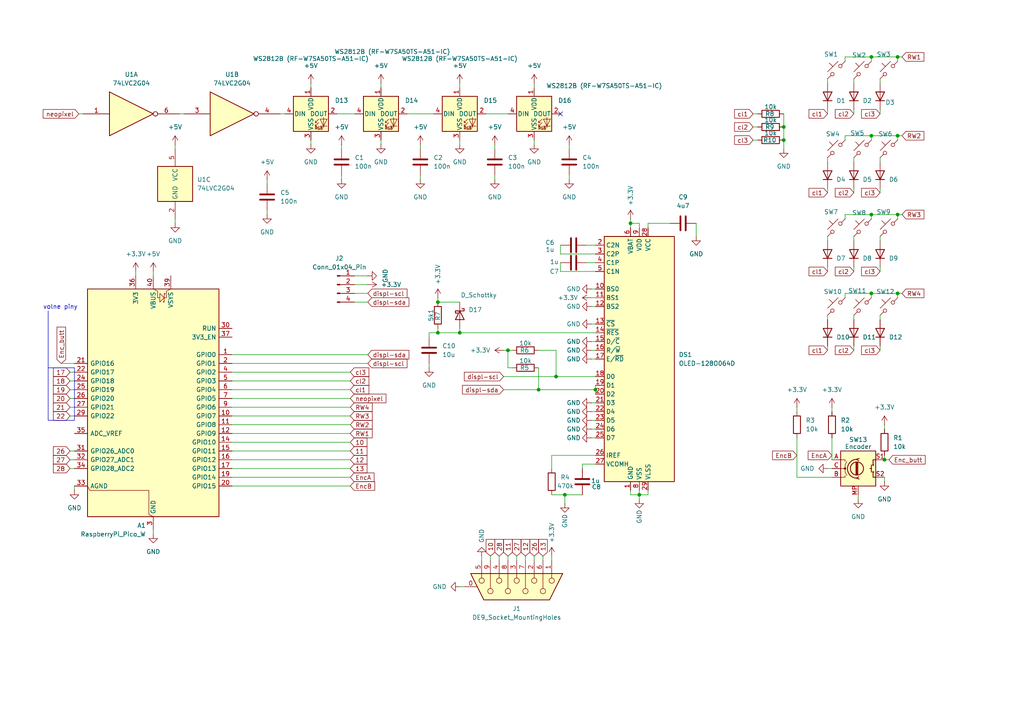
<source format=kicad_sch>
(kicad_sch (version 20250114) (generator "eeschema") (generator_version "9.0")
  (paper "A4")
  (rectangle (start 13.97 106.68) (end 21.59 121.92))
  (text "volne piny" (at 17.526 89.154 0) (effects (font (size 1.27 1.27))))
  (junction (at 156.21 113.03))
  (junction (at 163.83 143.51))
  (junction (at 227.33 36.83))
  (junction (at 172.72 113.03))
  (junction (at 127 96.52))
  (junction (at 182.88 64.77))
  (junction (at 260.35 62.23))
  (junction (at 260.35 39.37))
  (junction (at 252.73 62.23))
  (junction (at 256.54 133.35))
  (junction (at 252.73 39.37))
  (junction (at 127 87.63))
  (junction (at 133.35 96.52))
  (junction (at 252.73 16.51))
  (junction (at 260.35 85.09))
  (junction (at 161.29 109.22))
  (junction (at 185.42 143.51))
  (junction (at 147.32 101.6))
  (junction (at 227.33 40.64))
  (junction (at 252.73 85.09))
  (junction (at 260.35 16.51))
  (no_connect (at 162.56 33.02))
  (wire (pts (xy 255.27 46.99) (xy 255.27 45.72)))
  (wire (pts (xy 144.78 161.29) (xy 144.78 162.56)))
  (wire (pts (xy 163.83 143.51) (xy 168.91 143.51)))
  (wire (pts (xy 171.45 121.92) (xy 172.72 121.92)))
  (wire (pts (xy 90.17 24.13) (xy 90.17 25.4)))
  (wire (pts (xy 247.65 92.71) (xy 247.65 91.44)))
  (wire (pts (xy 147.32 161.29) (xy 147.32 162.56)))
  (wire (pts (xy 124.46 96.52) (xy 127 96.52)))
  (wire (pts (xy 185.42 142.24) (xy 185.42 143.51)))
  (wire (pts (xy 241.3 138.43) (xy 231.14 138.43)))
  (wire (pts (xy 182.88 64.77) (xy 182.88 66.04)))
  (wire (pts (xy 67.31 110.49) (xy 101.6 110.49)))
  (wire (pts (xy 245.11 63.5) (xy 245.11 62.23)))
  (wire (pts (xy 171.45 86.36) (xy 172.72 86.36)))
  (wire (pts (xy 163.83 143.51) (xy 160.02 143.51)))
  (wire (pts (xy 172.72 73.66) (xy 162.56 73.66)))
  (wire (pts (xy 255.27 33.02) (xy 255.27 31.75)))
  (wire (pts (xy 142.24 161.29) (xy 142.24 162.56)))
  (wire (pts (xy 67.31 113.03) (xy 101.6 113.03)))
  (wire (pts (xy 152.4 161.29) (xy 152.4 162.56)))
  (wire (pts (xy 133.35 170.18) (xy 134.62 170.18)))
  (wire (pts (xy 154.94 41.91) (xy 154.94 40.64)))
  (wire (pts (xy 110.49 24.13) (xy 110.49 25.4)))
  (wire (pts (xy 247.65 69.85) (xy 247.65 68.58)))
  (wire (pts (xy 121.92 50.8) (xy 121.92 52.07)))
  (wire (pts (xy 143.51 41.91) (xy 143.51 43.18)))
  (wire (pts (xy 240.03 78.74) (xy 240.03 77.47)))
  (wire (pts (xy 255.27 92.71) (xy 255.27 91.44)))
  (wire (pts (xy 154.94 24.13) (xy 154.94 25.4)))
  (wire (pts (xy 124.46 97.79) (xy 124.46 96.52)))
  (wire (pts (xy 133.35 24.13) (xy 133.35 25.4)))
  (wire (pts (xy 20.32 133.35) (xy 21.59 133.35)))
  (wire (pts (xy 171.45 104.14) (xy 172.72 104.14)))
  (wire (pts (xy 160.02 135.89) (xy 160.02 132.08)))
  (wire (pts (xy 245.11 40.64) (xy 245.11 39.37)))
  (wire (pts (xy 161.29 109.22) (xy 161.29 101.6)))
  (wire (pts (xy 162.56 73.66) (xy 162.56 71.12)))
  (wire (pts (xy 256.54 132.08) (xy 256.54 133.35)))
  (wire (pts (xy 21.59 140.97) (xy 21.59 142.24)))
  (wire (pts (xy 146.05 109.22) (xy 161.29 109.22)))
  (wire (pts (xy 240.03 46.99) (xy 240.03 45.72)))
  (wire (pts (xy 20.32 110.49) (xy 21.59 110.49)))
  (wire (pts (xy 260.35 39.37) (xy 261.62 39.37)))
  (wire (pts (xy 182.88 63.5) (xy 182.88 64.77)))
  (wire (pts (xy 247.65 78.74) (xy 247.65 77.47)))
  (wire (pts (xy 227.33 40.64) (xy 227.33 43.18)))
  (wire (pts (xy 50.8 63.5) (xy 50.8 64.77)))
  (wire (pts (xy 240.03 92.71) (xy 240.03 91.44)))
  (wire (pts (xy 255.27 24.13) (xy 255.27 22.86)))
  (wire (pts (xy 39.37 78.74) (xy 39.37 80.01)))
  (wire (pts (xy 240.03 33.02) (xy 240.03 31.75)))
  (wire (pts (xy 127 96.52) (xy 133.35 96.52)))
  (wire (pts (xy 255.27 101.6) (xy 255.27 100.33)))
  (wire (pts (xy 187.96 64.77) (xy 194.31 64.77)))
  (wire (pts (xy 67.31 128.27) (xy 101.6 128.27)))
  (wire (pts (xy 171.45 88.9) (xy 172.72 88.9)))
  (wire (pts (xy 146.05 113.03) (xy 156.21 113.03)))
  (wire (pts (xy 77.47 60.96) (xy 77.47 62.23)))
  (wire (pts (xy 185.42 143.51) (xy 185.42 144.78)))
  (wire (pts (xy 149.86 161.29) (xy 149.86 162.56)))
  (wire (pts (xy 20.32 115.57) (xy 21.59 115.57)))
  (wire (pts (xy 133.35 96.52) (xy 133.35 95.25)))
  (wire (pts (xy 241.3 118.11) (xy 241.3 119.38)))
  (wire (pts (xy 172.72 109.22) (xy 161.29 109.22)))
  (wire (pts (xy 171.45 93.98) (xy 172.72 93.98)))
  (wire (pts (xy 245.11 39.37) (xy 252.73 39.37)))
  (wire (pts (xy 148.59 106.68) (xy 147.32 106.68)))
  (wire (pts (xy 245.11 85.09) (xy 252.73 85.09)))
  (wire (pts (xy 157.48 161.29) (xy 157.48 162.56)))
  (wire (pts (xy 101.6 107.95) (xy 67.31 107.95)))
  (wire (pts (xy 171.45 99.06) (xy 172.72 99.06)))
  (wire (pts (xy 227.33 33.02) (xy 227.33 36.83)))
  (wire (pts (xy 154.94 161.29) (xy 154.94 162.56)))
  (wire (pts (xy 218.44 33.02) (xy 219.71 33.02)))
  (wire (pts (xy 245.11 62.23) (xy 252.73 62.23)))
  (wire (pts (xy 240.03 55.88) (xy 240.03 54.61)))
  (wire (pts (xy 133.35 96.52) (xy 172.72 96.52)))
  (wire (pts (xy 260.35 40.64) (xy 260.35 39.37)))
  (wire (pts (xy 161.29 101.6) (xy 156.21 101.6)))
  (wire (pts (xy 172.72 111.76) (xy 172.72 113.03)))
  (wire (pts (xy 182.88 142.24) (xy 182.88 143.51)))
  (wire (pts (xy 252.73 62.23) (xy 260.35 62.23)))
  (wire (pts (xy 118.11 33.02) (xy 125.73 33.02)))
  (wire (pts (xy 185.42 66.04) (xy 185.42 64.77)))
  (wire (pts (xy 67.31 138.43) (xy 101.6 138.43)))
  (wire (pts (xy 99.06 50.8) (xy 99.06 52.07)))
  (wire (pts (xy 185.42 143.51) (xy 187.96 143.51)))
  (wire (pts (xy 240.03 24.13) (xy 240.03 22.86)))
  (wire (pts (xy 170.18 76.2) (xy 172.72 76.2)))
  (wire (pts (xy 127 86.36) (xy 127 87.63)))
  (wire (pts (xy 20.32 120.65) (xy 21.59 120.65)))
  (wire (pts (xy 67.31 123.19) (xy 101.6 123.19)))
  (wire (pts (xy 247.65 33.02) (xy 247.65 31.75)))
  (wire (pts (xy 97.79 33.02) (xy 102.87 33.02)))
  (wire (pts (xy 162.56 78.74) (xy 172.72 78.74)))
  (wire (pts (xy 248.92 144.78) (xy 248.92 143.51)))
  (wire (pts (xy 241.3 127) (xy 241.3 133.35)))
  (wire (pts (xy 185.42 64.77) (xy 182.88 64.77)))
  (wire (pts (xy 240.03 135.89) (xy 241.3 135.89)))
  (wire (pts (xy 247.65 24.13) (xy 247.65 22.86)))
  (wire (pts (xy 227.33 36.83) (xy 227.33 40.64)))
  (wire (pts (xy 260.35 85.09) (xy 261.62 85.09)))
  (wire (pts (xy 240.03 101.6) (xy 240.03 100.33)))
  (wire (pts (xy 67.31 115.57) (xy 101.6 115.57)))
  (wire (pts (xy 168.91 135.89) (xy 168.91 134.62)))
  (wire (pts (xy 52.07 33.02) (xy 53.34 33.02)))
  (wire (pts (xy 172.72 113.03) (xy 156.21 113.03)))
  (wire (pts (xy 171.45 124.46) (xy 172.72 124.46)))
  (wire (pts (xy 252.73 85.09) (xy 260.35 85.09)))
  (wire (pts (xy 22.86 33.02) (xy 24.13 33.02)))
  (wire (pts (xy 252.73 16.51) (xy 260.35 16.51)))
  (wire (pts (xy 252.73 40.64) (xy 252.73 39.37)))
  (wire (pts (xy 187.96 143.51) (xy 187.96 142.24)))
  (wire (pts (xy 256.54 133.35) (xy 257.81 133.35)))
  (wire (pts (xy 90.17 41.91) (xy 90.17 40.64)))
  (wire (pts (xy 255.27 69.85) (xy 255.27 68.58)))
  (wire (pts (xy 50.8 41.91) (xy 50.8 43.18)))
  (wire (pts (xy 77.47 52.07) (xy 77.47 53.34)))
  (wire (pts (xy 171.45 119.38) (xy 172.72 119.38)))
  (wire (pts (xy 67.31 140.97) (xy 101.6 140.97)))
  (wire (pts (xy 256.54 123.19) (xy 256.54 124.46)))
  (wire (pts (xy 124.46 105.41) (xy 124.46 106.68)))
  (wire (pts (xy 187.96 66.04) (xy 187.96 64.77)))
  (wire (pts (xy 160.02 132.08) (xy 172.72 132.08)))
  (wire (pts (xy 102.87 80.01) (xy 106.68 80.01)))
  (wire (pts (xy 168.91 134.62) (xy 172.72 134.62)))
  (wire (pts (xy 260.35 17.78) (xy 260.35 16.51)))
  (wire (pts (xy 260.35 62.23) (xy 260.35 63.5)))
  (wire (pts (xy 252.73 62.23) (xy 252.73 63.5)))
  (wire (pts (xy 102.87 82.55) (xy 106.68 82.55)))
  (wire (pts (xy 171.45 116.84) (xy 172.72 116.84)))
  (wire (pts (xy 165.1 50.8) (xy 165.1 52.07)))
  (wire (pts (xy 172.72 113.03) (xy 172.72 114.3)))
  (wire (pts (xy 67.31 135.89) (xy 101.6 135.89)))
  (wire (pts (xy 160.02 161.29) (xy 160.02 162.56)))
  (wire (pts (xy 20.32 107.95) (xy 21.59 107.95)))
  (wire (pts (xy 256.54 139.7) (xy 256.54 138.43)))
  (wire (pts (xy 147.32 106.68) (xy 147.32 101.6)))
  (wire (pts (xy 147.32 101.6) (xy 148.59 101.6)))
  (wire (pts (xy 247.65 55.88) (xy 247.65 54.61)))
  (wire (pts (xy 17.78 105.41) (xy 21.59 105.41)))
  (wire (pts (xy 20.32 130.81) (xy 21.59 130.81)))
  (wire (pts (xy 247.65 46.99) (xy 247.65 45.72)))
  (wire (pts (xy 218.44 36.83) (xy 219.71 36.83)))
  (wire (pts (xy 165.1 41.91) (xy 165.1 43.18)))
  (wire (pts (xy 201.93 64.77) (xy 201.93 68.58)))
  (wire (pts (xy 127 96.52) (xy 127 95.25)))
  (wire (pts (xy 252.73 39.37) (xy 260.35 39.37)))
  (wire (pts (xy 240.03 69.85) (xy 240.03 68.58)))
  (wire (pts (xy 171.45 101.6) (xy 172.72 101.6)))
  (polyline (pts (xy 13.97 90.17) (xy 13.97 106.68)))
  (wire (pts (xy 261.62 62.23) (xy 260.35 62.23)))
  (wire (pts (xy 156.21 113.03) (xy 156.21 106.68)))
  (wire (pts (xy 67.31 102.87) (xy 106.68 102.87)))
  (wire (pts (xy 140.97 33.02) (xy 147.32 33.02)))
  (wire (pts (xy 67.31 133.35) (xy 101.6 133.35)))
  (wire (pts (xy 146.05 101.6) (xy 147.32 101.6)))
  (wire (pts (xy 171.45 127) (xy 172.72 127)))
  (wire (pts (xy 260.35 85.09) (xy 260.35 86.36)))
  (wire (pts (xy 182.88 143.51) (xy 185.42 143.51)))
  (wire (pts (xy 20.32 113.03) (xy 21.59 113.03)))
  (wire (pts (xy 67.31 118.11) (xy 101.6 118.11)))
  (wire (pts (xy 67.31 105.41) (xy 106.68 105.41)))
  (wire (pts (xy 102.87 87.63) (xy 106.68 87.63)))
  (wire (pts (xy 121.92 41.91) (xy 121.92 43.18)))
  (wire (pts (xy 245.11 16.51) (xy 252.73 16.51)))
  (wire (pts (xy 245.11 86.36) (xy 245.11 85.09)))
  (wire (pts (xy 139.7 161.29) (xy 139.7 162.56)))
  (wire (pts (xy 218.44 40.64) (xy 219.71 40.64)))
  (wire (pts (xy 171.45 83.82) (xy 172.72 83.82)))
  (wire (pts (xy 163.83 143.51) (xy 163.83 146.05)))
  (wire (pts (xy 110.49 41.91) (xy 110.49 40.64)))
  (wire (pts (xy 20.32 135.89) (xy 21.59 135.89)))
  (wire (pts (xy 245.11 17.78) (xy 245.11 16.51)))
  (wire (pts (xy 260.35 16.51) (xy 261.62 16.51)))
  (wire (pts (xy 67.31 130.81) (xy 101.6 130.81)))
  (wire (pts (xy 102.87 85.09) (xy 106.68 85.09)))
  (wire (pts (xy 252.73 17.78) (xy 252.73 16.51)))
  (wire (pts (xy 99.06 41.91) (xy 99.06 43.18)))
  (wire (pts (xy 44.45 153.67) (xy 44.45 154.94)))
  (wire (pts (xy 247.65 101.6) (xy 247.65 100.33)))
  (wire (pts (xy 81.28 33.02) (xy 82.55 33.02)))
  (wire (pts (xy 67.31 125.73) (xy 101.6 125.73)))
  (wire (pts (xy 162.56 76.2) (xy 162.56 78.74)))
  (wire (pts (xy 20.32 118.11) (xy 21.59 118.11)))
  (wire (pts (xy 170.18 71.12) (xy 172.72 71.12)))
  (wire (pts (xy 127 87.63) (xy 133.35 87.63)))
  (wire (pts (xy 255.27 55.88) (xy 255.27 54.61)))
  (wire (pts (xy 231.14 118.11) (xy 231.14 119.38)))
  (wire (pts (xy 231.14 127) (xy 231.14 138.43)))
  (wire (pts (xy 67.31 120.65) (xy 101.6 120.65)))
  (wire (pts (xy 133.35 41.91) (xy 133.35 40.64)))
  (wire (pts (xy 44.45 78.74) (xy 44.45 80.01)))
  (wire (pts (xy 143.51 50.8) (xy 143.51 52.07)))
  (wire (pts (xy 252.73 86.36) (xy 252.73 85.09)))
  (wire (pts (xy 255.27 78.74) (xy 255.27 77.47)))
  (global_label "EncA" (shape input) (at 241.3 132.08 180) (property "Intersheetrefs" "${INTERSHEET_REFS}" (effects (hide yes))))
  (global_label "cl3" (shape input) (at 255.27 55.88 180) (property "Intersheetrefs" "${INTERSHEET_REFS}" (effects (hide yes))))
  (global_label "27" (shape input) (at 20.32 133.35 180) (property "Intersheetrefs" "${INTERSHEET_REFS}" (effects (hide yes))))
  (global_label "22" (shape input) (at 20.32 120.65 180) (property "Intersheetrefs" "${INTERSHEET_REFS}" (effects (hide yes))))
  (global_label "EncB" (shape input) (at 231.14 132.08 180) (property "Intersheetrefs" "${INTERSHEET_REFS}" (effects (hide yes))))
  (global_label "Enc_butt" (shape input) (at 257.81 133.35 0) (property "Intersheetrefs" "${INTERSHEET_REFS}" (effects (hide yes))))
  (global_label "displ-scl" (shape input) (at 146.05 109.22 180) (property "Intersheetrefs" "${INTERSHEET_REFS}" (effects (hide yes))))
  (global_label "EncA" (shape input) (at 101.6 138.43 0) (property "Intersheetrefs" "${INTERSHEET_REFS}" (effects (hide yes))))
  (global_label "11" (shape input) (at 101.6 130.81 0) (property "Intersheetrefs" "${INTERSHEET_REFS}" (effects (hide yes))))
  (global_label "cl3" (shape input) (at 255.27 78.74 180) (property "Intersheetrefs" "${INTERSHEET_REFS}" (effects (hide yes))))
  (global_label "displ-sda" (shape input) (at 106.68 87.63 0) (property "Intersheetrefs" "${INTERSHEET_REFS}" (effects (hide yes))))
  (global_label "displ-sda" (shape input) (at 146.05 113.03 180) (property "Intersheetrefs" "${INTERSHEET_REFS}" (effects (hide yes))))
  (global_label "RW4" (shape input) (at 101.6 118.11 0) (property "Intersheetrefs" "${INTERSHEET_REFS}" (effects (hide yes))))
  (global_label "cl2" (shape input) (at 247.65 101.6 180) (property "Intersheetrefs" "${INTERSHEET_REFS}" (effects (hide yes))))
  (global_label "12" (shape input) (at 152.4 161.29 90) (property "Intersheetrefs" "${INTERSHEET_REFS}" (effects (hide yes))))
  (global_label "RW3" (shape input) (at 261.62 62.23 0) (property "Intersheetrefs" "${INTERSHEET_REFS}" (effects (hide yes))))
  (global_label "cl3" (shape input) (at 255.27 101.6 180) (property "Intersheetrefs" "${INTERSHEET_REFS}" (effects (hide yes))))
  (global_label "cl3" (shape input) (at 101.6 107.95 0) (property "Intersheetrefs" "${INTERSHEET_REFS}" (effects (hide yes))))
  (global_label "20" (shape input) (at 20.32 115.57 180) (property "Intersheetrefs" "${INTERSHEET_REFS}" (effects (hide yes))))
  (global_label "13" (shape input) (at 157.48 161.29 90) (property "Intersheetrefs" "${INTERSHEET_REFS}" (effects (hide yes))))
  (global_label "27" (shape input) (at 149.86 161.29 90) (property "Intersheetrefs" "${INTERSHEET_REFS}" (effects (hide yes))))
  (global_label "19" (shape input) (at 20.32 113.03 180) (property "Intersheetrefs" "${INTERSHEET_REFS}" (effects (hide yes))))
  (global_label "cl1" (shape input) (at 240.03 101.6 180) (property "Intersheetrefs" "${INTERSHEET_REFS}" (effects (hide yes))))
  (global_label "cl3" (shape input) (at 255.27 33.02 180) (property "Intersheetrefs" "${INTERSHEET_REFS}" (effects (hide yes))))
  (global_label "28" (shape input) (at 20.32 135.89 180) (property "Intersheetrefs" "${INTERSHEET_REFS}" (effects (hide yes))))
  (global_label "12" (shape input) (at 101.6 133.35 0) (property "Intersheetrefs" "${INTERSHEET_REFS}" (effects (hide yes))))
  (global_label "RW1" (shape input) (at 261.62 16.51 0) (property "Intersheetrefs" "${INTERSHEET_REFS}" (effects (hide yes))))
  (global_label "displ-scl" (shape input) (at 106.68 85.09 0) (property "Intersheetrefs" "${INTERSHEET_REFS}" (effects (hide yes))))
  (global_label "cl1" (shape input) (at 240.03 55.88 180) (property "Intersheetrefs" "${INTERSHEET_REFS}" (effects (hide yes))))
  (global_label "neopixel" (shape input) (at 22.86 33.02 180) (property "Intersheetrefs" "${INTERSHEET_REFS}" (effects (hide yes))))
  (global_label "displ-sda" (shape input) (at 106.68 102.87 0) (property "Intersheetrefs" "${INTERSHEET_REFS}" (effects (hide yes))))
  (global_label "cl2" (shape input) (at 218.44 36.83 180) (property "Intersheetrefs" "${INTERSHEET_REFS}" (effects (hide yes))))
  (global_label "displ-scl" (shape input) (at 106.68 105.41 0) (property "Intersheetrefs" "${INTERSHEET_REFS}" (effects (hide yes))))
  (global_label "28" (shape input) (at 144.78 161.29 90) (property "Intersheetrefs" "${INTERSHEET_REFS}" (effects (hide yes))))
  (global_label "cl1" (shape input) (at 101.6 113.03 0) (property "Intersheetrefs" "${INTERSHEET_REFS}" (effects (hide yes))))
  (global_label "RW2" (shape input) (at 101.6 123.19 0) (property "Intersheetrefs" "${INTERSHEET_REFS}" (effects (hide yes))))
  (global_label "13" (shape input) (at 101.6 135.89 0) (property "Intersheetrefs" "${INTERSHEET_REFS}" (effects (hide yes))))
  (global_label "cl3" (shape input) (at 218.44 40.64 180) (property "Intersheetrefs" "${INTERSHEET_REFS}" (effects (hide yes))))
  (global_label "RW2" (shape input) (at 261.62 39.37 0) (property "Intersheetrefs" "${INTERSHEET_REFS}" (effects (hide yes))))
  (global_label "26" (shape input) (at 20.32 130.81 180) (property "Intersheetrefs" "${INTERSHEET_REFS}" (effects (hide yes))))
  (global_label "cl2" (shape input) (at 247.65 55.88 180) (property "Intersheetrefs" "${INTERSHEET_REFS}" (effects (hide yes))))
  (global_label "17" (shape input) (at 20.32 107.95 180) (property "Intersheetrefs" "${INTERSHEET_REFS}" (effects (hide yes))))
  (global_label "cl1" (shape input) (at 240.03 78.74 180) (property "Intersheetrefs" "${INTERSHEET_REFS}" (effects (hide yes))))
  (global_label "10" (shape input) (at 101.6 128.27 0) (property "Intersheetrefs" "${INTERSHEET_REFS}" (effects (hide yes))))
  (global_label "cl2" (shape input) (at 247.65 33.02 180) (property "Intersheetrefs" "${INTERSHEET_REFS}" (effects (hide yes))))
  (global_label "EncB" (shape input) (at 101.6 140.97 0) (property "Intersheetrefs" "${INTERSHEET_REFS}" (effects (hide yes))))
  (global_label "21" (shape input) (at 20.32 118.11 180) (property "Intersheetrefs" "${INTERSHEET_REFS}" (effects (hide yes))))
  (global_label "Enc_butt" (shape input) (at 17.78 105.41 90) (property "Intersheetrefs" "${INTERSHEET_REFS}" (effects (hide yes))))
  (global_label "cl2" (shape input) (at 247.65 78.74 180) (property "Intersheetrefs" "${INTERSHEET_REFS}" (effects (hide yes))))
  (global_label "RW4" (shape input) (at 261.62 85.09 0) (property "Intersheetrefs" "${INTERSHEET_REFS}" (effects (hide yes))))
  (global_label "10" (shape input) (at 142.24 161.29 90) (property "Intersheetrefs" "${INTERSHEET_REFS}" (effects (hide yes))))
  (global_label "11" (shape input) (at 147.32 161.29 90) (property "Intersheetrefs" "${INTERSHEET_REFS}" (effects (hide yes))))
  (global_label "cl2" (shape input) (at 101.6 110.49 0) (property "Intersheetrefs" "${INTERSHEET_REFS}" (effects (hide yes))))
  (global_label "cl1" (shape input) (at 240.03 33.02 180) (property "Intersheetrefs" "${INTERSHEET_REFS}" (effects (hide yes))))
  (global_label "18" (shape input) (at 20.32 110.49 180) (property "Intersheetrefs" "${INTERSHEET_REFS}" (effects (hide yes))))
  (global_label "neopixel" (shape input) (at 101.6 115.57 0) (property "Intersheetrefs" "${INTERSHEET_REFS}" (effects (hide yes))))
  (global_label "RW1" (shape input) (at 101.6 125.73 0) (property "Intersheetrefs" "${INTERSHEET_REFS}" (effects (hide yes))))
  (global_label "cl1" (shape input) (at 218.44 33.02 180) (property "Intersheetrefs" "${INTERSHEET_REFS}" (effects (hide yes))))
  (global_label "26" (shape input) (at 154.94 161.29 90) (property "Intersheetrefs" "${INTERSHEET_REFS}" (effects (hide yes))))
  (global_label "RW3" (shape input) (at 101.6 120.65 0) (property "Intersheetrefs" "${INTERSHEET_REFS}" (effects (hide yes))))
  (symbol (lib_id "Device:C") (at 166.37 76.2 90) (unit 1)
    (property "Reference" "C7" (at 160.782 78.74 90))
    (property "Value" "1u" (at 160.782 75.946 90))
    (property "Footprint" "Capacitor_SMD:C_0805_2012Metric_Pad1.18x1.45mm_HandSolder" (effects (hide yes)))
    (property "Description" "Unpolarized capacitor" (effects (hide yes)))
  )
  (symbol (lib_id "Connector:Conn_01x04_Pin") (at 97.79 82.55 0) (unit 1)
    (property "Reference" "J2" (at 98.425 74.93 0))
    (property "Value" "Conn_01x04_Pin" (at 98.425 77.47 0))
    (property "Footprint" "Connector_PinHeader_2.54mm:PinHeader_1x04_P2.54mm_Vertical" (effects (hide yes)))
    (property "Description" "Generic connector, single row, 01x04, script generated" (effects (hide yes)))
  )
  (symbol (lib_id "Device:R") (at 152.4 101.6 270) (unit 1)
    (property "Reference" "R6" (at 152.146 101.6 90))
    (property "Value" "10k" (at 152.4 99.568 90))
    (property "Footprint" "Capacitor_SMD:C_0805_2012Metric_Pad1.18x1.45mm_HandSolder" (effects (hide yes)))
    (property "Description" "Resistor" (effects (hide yes)))
  )
  (symbol (lib_id "LED:WS2812B") (at 154.94 33.02 0) (unit 1)
    (property "Reference" "D16" (at 163.83 29.1398 0))
    (property "Value" "WS2812B (RF-W7SA50TS-A51-IC)" (at 175.26 24.892 0))
    (property "Footprint" "LED_SMD:LED_WS2812B_PLCC4_5.0x5.0mm_P3.2mm" (effects (hide yes)))
    (property "Datasheet" "https://cdn-shop.adafruit.com/datasheets/WS2812B.pdf" (effects (hide yes)))
    (property "Description" "RGB LED with integrated controller" (effects (hide yes)))
  )
  (symbol (lib_id "power:GND") (at 106.68 80.01 90) (unit 1)
    (property "Reference" "#PWR067" (effects (hide yes)))
    (property "Value" "GND" (at 111.76 80.01 0))
    (property "Description" "Power symbol creates a global label with name \"GND\" , ground" (effects (hide yes)))
  )
  (symbol (lib_id "power:GND") (at 185.42 144.78 0) (unit 1)
    (property "Reference" "#PWR058" (effects (hide yes)))
    (property "Value" "GND" (at 185.42 149.86 90))
    (property "Description" "Power symbol creates a global label with name \"GND\" , ground" (effects (hide yes)))
  )
  (symbol (lib_id "power:GND") (at 171.45 121.92 270) (unit 1)
    (property "Reference" "#PWR055" (effects (hide yes)))
    (property "Value" "GND" (at 166.37 121.92 90))
    (property "Description" "Power symbol creates a global label with name \"GND\" , ground" (effects (hide yes)))
  )
  (symbol (lib_id "Switch:SW_Push_45deg") (at 257.81 88.9 0) (mirror y) (unit 1)
    (property "Reference" "SW12" (at 256.794 84.582 0))
    (property "Value" "SW_Push_45deg" (effects (hide yes)))
    (property "Footprint" "PCM_Switch_Keyboard_Hybrid:SW_Hybrid_Cherry_MX_Alps" (effects (hide yes)))
    (property "Description" "Push button switch, normally open, two pins, 45° tilted" (effects (hide yes)))
  )
  (symbol (lib_id "power:GND") (at 133.35 170.18 270) (mirror x) (unit 1)
    (property "Reference" "#PWR037" (effects (hide yes)))
    (property "Value" "GND" (at 129.54 170.1799 90) (effects (justify right)))
    (property "Description" "Power symbol creates a global label with name \"GND\" , ground" (effects (hide yes)))
  )
  (symbol (lib_id "Device:R") (at 223.52 33.02 270) (unit 1)
    (property "Reference" "R8" (at 223.266 33.02 90))
    (property "Value" "10k" (at 223.52 30.988 90))
    (property "Footprint" "Capacitor_SMD:C_0805_2012Metric_Pad1.18x1.45mm_HandSolder" (effects (hide yes)))
    (property "Description" "Resistor" (effects (hide yes)))
  )
  (symbol (lib_id "Device:R") (at 127 91.44 0) (unit 1)
    (property "Reference" "R7" (at 127 91.694 90))
    (property "Value" "5k1" (at 124.968 91.44 90))
    (property "Footprint" "Capacitor_SMD:C_0805_2012Metric_Pad1.18x1.45mm_HandSolder" (effects (hide yes)))
    (property "Description" "Resistor" (effects (hide yes)))
  )
  (symbol (lib_id "power:+3.3V") (at 171.45 86.36 90) (mirror x) (unit 1)
    (property "Reference" "#PWR063" (effects (hide yes)))
    (property "Value" "+3.3V" (at 167.64 86.3599 90) (effects (justify left)))
    (property "Description" "Power symbol creates a global label with name \"+3.3V\"" (effects (hide yes)))
  )
  (symbol (lib_id "power:+3.3V") (at 256.54 123.19 0) (unit 1)
    (property "Reference" "#PWR03" (effects (hide yes)))
    (property "Value" "+3.3V" (at 256.54 118.11 0))
    (property "Description" "Power symbol creates a global label with name \"+3.3V\"" (effects (hide yes)))
  )
  (symbol (lib_id "power:GND") (at 171.45 119.38 270) (unit 1)
    (property "Reference" "#PWR054" (effects (hide yes)))
    (property "Value" "GND" (at 166.37 119.38 90))
    (property "Description" "Power symbol creates a global label with name \"GND\" , ground" (effects (hide yes)))
  )
  (symbol (lib_id "74xGxx:74LVC2G04") (at 68.58 33.02 0) (unit 2)
    (property "Reference" "U1" (at 67.31 21.59 0))
    (property "Value" "74LVC2G04" (at 67.31 24.13 0))
    (property "Footprint" "Package_TO_SOT_SMD:SOT-23-6_Handsoldering" (effects (hide yes)))
    (property "Datasheet" "http://www.ti.com/lit/sg/scyt129e/scyt129e.pdf" (effects (hide yes)))
    (property "Description" "Dual NOT Gate, Low-Voltage CMOS" (effects (hide yes)))
  )
  (symbol (lib_id "power:GND") (at 171.45 88.9 270) (unit 1)
    (property "Reference" "#PWR048" (effects (hide yes)))
    (property "Value" "GND" (at 166.37 88.9 90))
    (property "Description" "Power symbol creates a global label with name \"GND\" , ground" (effects (hide yes)))
  )
  (symbol (lib_id "power:GND") (at 133.35 41.91 0) (unit 1)
    (property "Reference" "#PWR09" (effects (hide yes)))
    (property "Value" "GND" (at 133.35 46.99 0))
    (property "Description" "Power symbol creates a global label with name \"GND\" , ground" (effects (hide yes)))
  )
  (symbol (lib_id "Device:D") (at 240.03 73.66 270) (mirror x) (unit 1)
    (property "Reference" "D7" (at 242.57 74.9301 90) (effects (justify left)))
    (property "Value" "D" (effects (hide yes)))
    (property "Footprint" "Diode_SMD:D_MiniMELF" (effects (hide yes)))
    (property "Description" "Diode" (effects (hide yes)))
    (property "Sim.Device" "D" (effects (hide yes)))
    (property "Sim.Pins" "1=K 2=A" (effects (hide yes)))
  )
  (symbol (lib_id "Switch:SW_Push_45deg") (at 250.19 20.32 0) (mirror y) (unit 1)
    (property "Reference" "SW2" (at 249.174 16.002 0))
    (property "Value" "SW_Push_45deg" (effects (hide yes)))
    (property "Footprint" "PCM_Switch_Keyboard_Hybrid:SW_Hybrid_Cherry_MX_Alps" (effects (hide yes)))
    (property "Description" "Push button switch, normally open, two pins, 45° tilted" (effects (hide yes)))
  )
  (symbol (lib_id "Switch:SW_Push_45deg") (at 250.19 43.18 0) (mirror y) (unit 1)
    (property "Reference" "SW5" (at 248.666 38.608 0))
    (property "Value" "SW_Push_45deg" (effects (hide yes)))
    (property "Footprint" "PCM_Switch_Keyboard_Hybrid:SW_Hybrid_Cherry_MX_Alps" (effects (hide yes)))
    (property "Description" "Push button switch, normally open, two pins, 45° tilted" (effects (hide yes)))
  )
  (symbol (lib_id "power:+5V") (at 143.51 41.91 0) (unit 1)
    (property "Reference" "#PWR021" (effects (hide yes)))
    (property "Value" "+5V" (at 143.51 36.83 0))
    (property "Description" "Power symbol creates a global label with name \"+5V\"" (effects (hide yes)))
  )
  (symbol (lib_id "power:GND") (at 171.45 101.6 270) (unit 1)
    (property "Reference" "#PWR051" (effects (hide yes)))
    (property "Value" "GND" (at 166.37 101.6 90))
    (property "Description" "Power symbol creates a global label with name \"GND\" , ground" (effects (hide yes)))
  )
  (symbol (lib_id "Device:C") (at 143.51 46.99 0) (unit 1)
    (property "Reference" "C3" (at 147.32 45.7199 0) (effects (justify left)))
    (property "Value" "100n" (at 147.32 48.2599 0) (effects (justify left)))
    (property "Footprint" "Capacitor_SMD:C_0805_2012Metric_Pad1.18x1.45mm_HandSolder" (effects (hide yes)))
    (property "Description" "Unpolarized capacitor" (effects (hide yes)))
  )
  (symbol (lib_id "power:GND") (at 171.45 127 270) (unit 1)
    (property "Reference" "#PWR057" (effects (hide yes)))
    (property "Value" "GND" (at 166.37 127 90))
    (property "Description" "Power symbol creates a global label with name \"GND\" , ground" (effects (hide yes)))
  )
  (symbol (lib_id "power:+5V") (at 133.35 24.13 0) (unit 1)
    (property "Reference" "#PWR013" (effects (hide yes)))
    (property "Value" "+5V" (at 133.35 19.05 0))
    (property "Description" "Power symbol creates a global label with name \"+5V\"" (effects (hide yes)))
  )
  (symbol (lib_id "power:GND") (at 256.54 139.7 0) (unit 1)
    (property "Reference" "#PWR02" (effects (hide yes)))
    (property "Value" "GND" (at 256.54 144.78 0))
    (property "Description" "Power symbol creates a global label with name \"GND\" , ground" (effects (hide yes)))
  )
  (symbol (lib_id "LED:WS2812B") (at 90.17 33.02 0) (unit 1)
    (property "Reference" "D13" (at 99.06 29.1398 0))
    (property "Value" "WS2812B (RF-W7SA50TS-A51-IC)" (at 90.17 17.018 0))
    (property "Footprint" "LED_SMD:LED_WS2812B_PLCC4_5.0x5.0mm_P3.2mm" (effects (hide yes)))
    (property "Datasheet" "https://cdn-shop.adafruit.com/datasheets/WS2812B.pdf" (effects (hide yes)))
    (property "Description" "RGB LED with integrated controller" (effects (hide yes)))
  )
  (symbol (lib_id "Device:D") (at 247.65 96.52 270) (mirror x) (unit 1)
    (property "Reference" "D11" (at 250.19 97.7901 90) (effects (justify left)))
    (property "Value" "D" (effects (hide yes)))
    (property "Footprint" "Diode_SMD:D_MiniMELF" (effects (hide yes)))
    (property "Description" "Diode" (effects (hide yes)))
    (property "Sim.Device" "D" (effects (hide yes)))
    (property "Sim.Pins" "1=K 2=A" (effects (hide yes)))
  )
  (symbol (lib_id "power:+5V") (at 99.06 41.91 0) (unit 1)
    (property "Reference" "#PWR019" (effects (hide yes)))
    (property "Value" "+5V" (at 99.06 36.83 0))
    (property "Description" "Power symbol creates a global label with name \"+5V\"" (effects (hide yes)))
  )
  (symbol (lib_id "power:GND") (at 240.03 135.89 270) (unit 1)
    (property "Reference" "#PWR01" (effects (hide yes)))
    (property "Value" "GND" (at 236.22 135.8899 90) (effects (justify right)))
    (property "Description" "Power symbol creates a global label with name \"GND\" , ground" (effects (hide yes)))
  )
  (symbol (lib_id "LED:WS2812B") (at 133.35 33.02 0) (unit 1)
    (property "Reference" "D15" (at 142.24 29.1398 0))
    (property "Value" "WS2812B (RF-W7SA50TS-A51-IC)" (at 133.35 17.018 0))
    (property "Footprint" "LED_SMD:LED_WS2812B_PLCC4_5.0x5.0mm_P3.2mm" (effects (hide yes)))
    (property "Datasheet" "https://cdn-shop.adafruit.com/datasheets/WS2812B.pdf" (effects (hide yes)))
    (property "Description" "RGB LED with integrated controller" (effects (hide yes)))
  )
  (symbol (lib_id "power:+3.3V") (at 127 86.36 0) (mirror y) (unit 1)
    (property "Reference" "#PWR065" (effects (hide yes)))
    (property "Value" "+3.3V" (at 127.0001 82.55 90) (effects (justify left)))
    (property "Description" "Power symbol creates a global label with name \"+3.3V\"" (effects (hide yes)))
  )
  (symbol (lib_id "Connector:DE9_Socket_MountingHoles") (at 149.86 170.18 270) (unit 1)
    (property "Reference" "J1" (at 149.86 176.53 90))
    (property "Value" "DE9_Socket_MountingHoles" (at 149.86 179.07 90))
    (property "Footprint" "Connector_Dsub:DSUB-9_Socket_Horizontal_P2.77x2.84mm_EdgePinOffset4.94mm_Housed_MountingHolesOffset4.94mm" (effects (hide yes)))
    (property "Description" "9-pin D-SUB connector, socket (female), Mounting Hole" (effects (hide yes)))
  )
  (symbol (lib_id "power:+5V") (at 44.45 78.74 0) (mirror y) (unit 1)
    (property "Reference" "#PWR023" (effects (hide yes)))
    (property "Value" "+5V" (at 44.45 73.66 0))
    (property "Description" "Power symbol creates a global label with name \"+5V\"" (effects (hide yes)))
  )
  (symbol (lib_id "LED:WS2812B") (at 110.49 33.02 0) (unit 1)
    (property "Reference" "D14" (at 119.38 29.1398 0))
    (property "Value" "WS2812B (RF-W7SA50TS-A51-IC)" (at 113.792 14.986 0))
    (property "Footprint" "LED_SMD:LED_WS2812B_PLCC4_5.0x5.0mm_P3.2mm" (effects (hide yes)))
    (property "Datasheet" "https://cdn-shop.adafruit.com/datasheets/WS2812B.pdf" (effects (hide yes)))
    (property "Description" "RGB LED with integrated controller" (effects (hide yes)))
  )
  (symbol (lib_id "power:+5V") (at 50.8 41.91 0) (unit 1)
    (property "Reference" "#PWR042" (effects (hide yes)))
    (property "Value" "+5V" (at 50.8 36.83 0))
    (property "Description" "Power symbol creates a global label with name \"+5V\"" (effects (hide yes)))
  )
  (symbol (lib_id "power:+5V") (at 121.92 41.91 0) (unit 1)
    (property "Reference" "#PWR020" (effects (hide yes)))
    (property "Value" "+5V" (at 121.92 36.83 0))
    (property "Description" "Power symbol creates a global label with name \"+5V\"" (effects (hide yes)))
  )
  (symbol (lib_id "power:GND") (at 44.45 154.94 0) (mirror y) (unit 1)
    (property "Reference" "#PWR025" (effects (hide yes)))
    (property "Value" "GND" (at 44.45 160.02 0))
    (property "Description" "Power symbol creates a global label with name \"GND\" , ground" (effects (hide yes)))
  )
  (symbol (lib_id "power:GND") (at 154.94 41.91 0) (unit 1)
    (property "Reference" "#PWR010" (effects (hide yes)))
    (property "Value" "GND" (at 154.94 46.99 0))
    (property "Description" "Power symbol creates a global label with name \"GND\" , ground" (effects (hide yes)))
  )
  (symbol (lib_id "power:GND") (at 171.45 104.14 270) (unit 1)
    (property "Reference" "#PWR052" (effects (hide yes)))
    (property "Value" "GND" (at 166.37 104.14 90))
    (property "Description" "Power symbol creates a global label with name \"GND\" , ground" (effects (hide yes)))
  )
  (symbol (lib_id "Switch:SW_Push_45deg") (at 250.19 88.9 0) (mirror y) (unit 1)
    (property "Reference" "SW11" (at 248.666 84.328 0))
    (property "Value" "SW_Push_45deg" (effects (hide yes)))
    (property "Footprint" "PCM_Switch_Keyboard_Hybrid:SW_Hybrid_Cherry_MX_Alps" (effects (hide yes)))
    (property "Description" "Push button switch, normally open, two pins, 45° tilted" (effects (hide yes)))
  )
  (symbol (lib_id "Device:D") (at 247.65 50.8 270) (mirror x) (unit 1)
    (property "Reference" "D5" (at 250.19 52.0701 90) (effects (justify left)))
    (property "Value" "D" (effects (hide yes)))
    (property "Footprint" "Diode_SMD:D_MiniMELF" (effects (hide yes)))
    (property "Description" "Diode" (effects (hide yes)))
    (property "Sim.Device" "D" (effects (hide yes)))
    (property "Sim.Pins" "1=K 2=A" (effects (hide yes)))
  )
  (symbol (lib_id "Device:D") (at 240.03 50.8 270) (mirror x) (unit 1)
    (property "Reference" "D4" (at 242.57 52.0701 90) (effects (justify left)))
    (property "Value" "D" (effects (hide yes)))
    (property "Footprint" "Diode_SMD:D_MiniMELF" (effects (hide yes)))
    (property "Description" "Diode" (effects (hide yes)))
    (property "Sim.Device" "D" (effects (hide yes)))
    (property "Sim.Pins" "1=K 2=A" (effects (hide yes)))
  )
  (symbol (lib_id "Device:C") (at 198.12 64.77 90) (unit 1)
    (property "Reference" "C9" (at 198.12 57.15 90))
    (property "Value" "4u7" (at 198.12 59.69 90))
    (property "Footprint" "Capacitor_SMD:C_0805_2012Metric_Pad1.18x1.45mm_HandSolder" (effects (hide yes)))
    (property "Description" "Unpolarized capacitor" (effects (hide yes)))
  )
  (symbol (lib_id "power:GND") (at 171.45 124.46 270) (unit 1)
    (property "Reference" "#PWR056" (effects (hide yes)))
    (property "Value" "GND" (at 166.37 124.46 90))
    (property "Description" "Power symbol creates a global label with name \"GND\" , ground" (effects (hide yes)))
  )
  (symbol (lib_id "power:GND") (at 201.93 68.58 0) (unit 1)
    (property "Reference" "#PWR061" (effects (hide yes)))
    (property "Value" "GND" (at 201.93 73.66 0))
    (property "Description" "Power symbol creates a global label with name \"GND\" , ground" (effects (hide yes)))
  )
  (symbol (lib_id "Device:C") (at 121.92 46.99 0) (unit 1)
    (property "Reference" "C2" (at 125.73 45.7199 0) (effects (justify left)))
    (property "Value" "100n" (at 125.73 48.2599 0) (effects (justify left)))
    (property "Footprint" "Capacitor_SMD:C_0805_2012Metric_Pad1.18x1.45mm_HandSolder" (effects (hide yes)))
    (property "Description" "Unpolarized capacitor" (effects (hide yes)))
  )
  (symbol (lib_id "power:+3.3V") (at 231.14 118.11 0) (unit 1)
    (property "Reference" "#PWR05" (effects (hide yes)))
    (property "Value" "+3.3V" (at 231.14 113.03 0))
    (property "Description" "Power symbol creates a global label with name \"+3.3V\"" (effects (hide yes)))
  )
  (symbol (lib_id "Device:C") (at 165.1 46.99 0) (unit 1)
    (property "Reference" "C4" (at 168.91 45.7199 0) (effects (justify left)))
    (property "Value" "100n" (at 168.91 48.2599 0) (effects (justify left)))
    (property "Footprint" "Capacitor_SMD:C_0805_2012Metric_Pad1.18x1.45mm_HandSolder" (effects (hide yes)))
    (property "Description" "Unpolarized capacitor" (effects (hide yes)))
  )
  (symbol (lib_id "Device:D") (at 255.27 96.52 270) (mirror x) (unit 1)
    (property "Reference" "D12" (at 257.81 97.7901 90) (effects (justify left)))
    (property "Value" "D" (effects (hide yes)))
    (property "Footprint" "Diode_SMD:D_MiniMELF" (effects (hide yes)))
    (property "Description" "Diode" (effects (hide yes)))
    (property "Sim.Device" "D" (effects (hide yes)))
    (property "Sim.Pins" "1=K 2=A" (effects (hide yes)))
  )
  (symbol (lib_id "power:+5V") (at 165.1 41.91 0) (unit 1)
    (property "Reference" "#PWR022" (effects (hide yes)))
    (property "Value" "+5V" (at 165.1 36.83 0))
    (property "Description" "Power symbol creates a global label with name \"+5V\"" (effects (hide yes)))
  )
  (symbol (lib_id "power:GND") (at 121.92 52.07 0) (unit 1)
    (property "Reference" "#PWR016" (effects (hide yes)))
    (property "Value" "GND" (at 121.92 57.15 0))
    (property "Description" "Power symbol creates a global label with name \"GND\" , ground" (effects (hide yes)))
  )
  (symbol (lib_id "Device:C") (at 99.06 46.99 0) (unit 1)
    (property "Reference" "C1" (at 102.87 45.7199 0) (effects (justify left)))
    (property "Value" "100n" (at 102.87 48.2599 0) (effects (justify left)))
    (property "Footprint" "Capacitor_SMD:C_0805_2012Metric_Pad1.18x1.45mm_HandSolder" (effects (hide yes)))
    (property "Description" "Unpolarized capacitor" (effects (hide yes)))
  )
  (symbol (lib_id "Switch:SW_Push_45deg") (at 257.81 43.18 0) (mirror y) (unit 1)
    (property "Reference" "SW6" (at 256.794 38.862 0))
    (property "Value" "SW_Push_45deg" (effects (hide yes)))
    (property "Footprint" "PCM_Switch_Keyboard_Hybrid:SW_Hybrid_Cherry_MX_Alps" (effects (hide yes)))
    (property "Description" "Push button switch, normally open, two pins, 45° tilted" (effects (hide yes)))
  )
  (symbol (lib_id "power:GND") (at 171.45 93.98 270) (unit 1)
    (property "Reference" "#PWR049" (effects (hide yes)))
    (property "Value" "GND" (at 166.37 93.98 90))
    (property "Description" "Power symbol creates a global label with name \"GND\" , ground" (effects (hide yes)))
  )
  (symbol (lib_id "Device:R") (at 223.52 40.64 270) (unit 1)
    (property "Reference" "R10" (at 223.266 40.64 90))
    (property "Value" "10k" (at 223.52 38.608 90))
    (property "Footprint" "Capacitor_SMD:C_0805_2012Metric_Pad1.18x1.45mm_HandSolder" (effects (hide yes)))
    (property "Description" "Resistor" (effects (hide yes)))
  )
  (symbol (lib_id "Device:C") (at 166.37 71.12 90) (unit 1)
    (property "Reference" "C6" (at 159.512 70.358 90))
    (property "Value" "1u" (at 159.512 72.39 90))
    (property "Footprint" "Capacitor_SMD:C_0805_2012Metric_Pad1.18x1.45mm_HandSolder" (effects (hide yes)))
    (property "Description" "Unpolarized capacitor" (effects (hide yes)))
  )
  (symbol (lib_id "74xGxx:74LVC2G04") (at 39.37 33.02 0) (unit 1)
    (property "Reference" "U1" (at 38.1 21.59 0))
    (property "Value" "74LVC2G04" (at 38.1 24.13 0))
    (property "Footprint" "Package_TO_SOT_SMD:SOT-23-6_Handsoldering" (effects (hide yes)))
    (property "Datasheet" "http://www.ti.com/lit/sg/scyt129e/scyt129e.pdf" (effects (hide yes)))
    (property "Description" "Dual NOT Gate, Low-Voltage CMOS" (effects (hide yes)))
  )
  (symbol (lib_id "power:GND") (at 171.45 83.82 270) (unit 1)
    (property "Reference" "#PWR047" (effects (hide yes)))
    (property "Value" "GND" (at 166.37 83.82 90))
    (property "Description" "Power symbol creates a global label with name \"GND\" , ground" (effects (hide yes)))
  )
  (symbol (lib_id "Switch:SW_Push_45deg") (at 257.81 66.04 0) (mirror y) (unit 1)
    (property "Reference" "SW9" (at 256.286 61.468 0))
    (property "Value" "SW_Push_45deg" (effects (hide yes)))
    (property "Footprint" "PCM_Switch_Keyboard_Hybrid:SW_Hybrid_Cherry_MX_Alps" (effects (hide yes)))
    (property "Description" "Push button switch, normally open, two pins, 45° tilted" (effects (hide yes)))
  )
  (symbol (lib_id "Switch:SW_Push_45deg") (at 257.81 20.32 0) (mirror y) (unit 1)
    (property "Reference" "SW3" (at 256.286 15.748 0))
    (property "Value" "SW_Push_45deg" (effects (hide yes)))
    (property "Footprint" "PCM_Switch_Keyboard_Hybrid:SW_Hybrid_Cherry_MX_Alps" (effects (hide yes)))
    (property "Description" "Push button switch, normally open, two pins, 45° tilted" (effects (hide yes)))
  )
  (symbol (lib_id "Device:D") (at 247.65 27.94 270) (mirror x) (unit 1)
    (property "Reference" "D2" (at 250.19 29.2101 90) (effects (justify left)))
    (property "Value" "D" (effects (hide yes)))
    (property "Footprint" "Diode_SMD:D_MiniMELF" (effects (hide yes)))
    (property "Description" "Diode" (effects (hide yes)))
    (property "Sim.Device" "D" (effects (hide yes)))
    (property "Sim.Pins" "1=K 2=A" (effects (hide yes)))
  )
  (symbol (lib_id "power:GND") (at 171.45 116.84 270) (unit 1)
    (property "Reference" "#PWR053" (effects (hide yes)))
    (property "Value" "GND" (at 166.37 116.84 90))
    (property "Description" "Power symbol creates a global label with name \"GND\" , ground" (effects (hide yes)))
  )
  (symbol (lib_id "power:GND") (at 171.45 99.06 270) (unit 1)
    (property "Reference" "#PWR050" (effects (hide yes)))
    (property "Value" "GND" (at 166.37 99.06 90))
    (property "Description" "Power symbol creates a global label with name \"GND\" , ground" (effects (hide yes)))
  )
  (symbol (lib_id "power:+3.3V") (at 146.05 101.6 90) (mirror x) (unit 1)
    (property "Reference" "#PWR062" (effects (hide yes)))
    (property "Value" "+3.3V" (at 142.24 101.5999 90) (effects (justify left)))
    (property "Description" "Power symbol creates a global label with name \"+3.3V\"" (effects (hide yes)))
  )
  (symbol (lib_id "Device:D") (at 240.03 27.94 270) (mirror x) (unit 1)
    (property "Reference" "D1" (at 242.57 29.2101 90) (effects (justify left)))
    (property "Value" "D" (effects (hide yes)))
    (property "Footprint" "Diode_SMD:D_MiniMELF" (effects (hide yes)))
    (property "Description" "Diode" (effects (hide yes)))
    (property "Sim.Device" "D" (effects (hide yes)))
    (property "Sim.Pins" "1=K 2=A" (effects (hide yes)))
  )
  (symbol (lib_id "power:GND") (at 163.83 146.05 0) (unit 1)
    (property "Reference" "#PWR059" (effects (hide yes)))
    (property "Value" "GND" (at 163.83 151.13 90))
    (property "Description" "Power symbol creates a global label with name \"GND\" , ground" (effects (hide yes)))
  )
  (symbol (lib_id "power:+5V") (at 77.47 52.07 0) (unit 1)
    (property "Reference" "#PWR040" (effects (hide yes)))
    (property "Value" "+5V" (at 77.47 46.99 0))
    (property "Description" "Power symbol creates a global label with name \"+5V\"" (effects (hide yes)))
  )
  (symbol (lib_id "power:GND") (at 124.46 106.68 0) (unit 1)
    (property "Reference" "#PWR064" (effects (hide yes)))
    (property "Value" "GND" (at 124.46 111.76 0))
    (property "Description" "Power symbol creates a global label with name \"GND\" , ground" (effects (hide yes)))
  )
  (symbol (lib_id "Device:C") (at 77.47 57.15 0) (unit 1)
    (property "Reference" "C5" (at 81.28 55.8799 0) (effects (justify left)))
    (property "Value" "100n" (at 81.28 58.4199 0) (effects (justify left)))
    (property "Footprint" "Capacitor_SMD:C_0805_2012Metric_Pad1.18x1.45mm_HandSolder" (effects (hide yes)))
    (property "Description" "Unpolarized capacitor" (effects (hide yes)))
  )
  (symbol (lib_id "Device:D") (at 255.27 50.8 270) (mirror x) (unit 1)
    (property "Reference" "D6" (at 257.81 52.0701 90) (effects (justify left)))
    (property "Value" "D" (effects (hide yes)))
    (property "Footprint" "Diode_SMD:D_MiniMELF" (effects (hide yes)))
    (property "Description" "Diode" (effects (hide yes)))
    (property "Sim.Device" "D" (effects (hide yes)))
    (property "Sim.Pins" "1=K 2=A" (effects (hide yes)))
  )
  (symbol (lib_id "power:GND") (at 165.1 52.07 0) (unit 1)
    (property "Reference" "#PWR018" (effects (hide yes)))
    (property "Value" "GND" (at 165.1 57.15 0))
    (property "Description" "Power symbol creates a global label with name \"GND\" , ground" (effects (hide yes)))
  )
  (symbol (lib_id "power:GND") (at 77.47 62.23 0) (unit 1)
    (property "Reference" "#PWR041" (effects (hide yes)))
    (property "Value" "GND" (at 77.47 67.31 0))
    (property "Description" "Power symbol creates a global label with name \"GND\" , ground" (effects (hide yes)))
  )
  (symbol (lib_id "power:GND") (at 50.8 64.77 0) (unit 1)
    (property "Reference" "#PWR043" (effects (hide yes)))
    (property "Value" "GND" (at 50.8 69.85 0))
    (property "Description" "Power symbol creates a global label with name \"GND\" , ground" (effects (hide yes)))
  )
  (symbol (lib_id "Switch:SW_Push_45deg") (at 242.57 66.04 0) (mirror y) (unit 1)
    (property "Reference" "SW7" (at 241.046 61.468 0))
    (property "Value" "SW_Push_45deg" (effects (hide yes)))
    (property "Footprint" "PCM_Switch_Keyboard_Hybrid:SW_Hybrid_Cherry_MX_Alps" (effects (hide yes)))
    (property "Description" "Push button switch, normally open, two pins, 45° tilted" (effects (hide yes)))
  )
  (symbol (lib_id "power:GND") (at 21.59 142.24 0) (unit 1)
    (property "Reference" "#PWR029" (effects (hide yes)))
    (property "Value" "GND" (at 21.59 147.32 0))
    (property "Description" "Power symbol creates a global label with name \"GND\" , ground" (effects (hide yes)))
  )
  (symbol (lib_id "Device:R") (at 152.4 106.68 270) (unit 1)
    (property "Reference" "R5" (at 152.146 106.68 90))
    (property "Value" "10k" (at 152.4 104.648 90))
    (property "Footprint" "Capacitor_SMD:C_0805_2012Metric_Pad1.18x1.45mm_HandSolder" (effects (hide yes)))
    (property "Description" "Resistor" (effects (hide yes)))
  )
  (symbol (lib_id "power:GND") (at 99.06 52.07 0) (unit 1)
    (property "Reference" "#PWR015" (effects (hide yes)))
    (property "Value" "GND" (at 99.06 57.15 0))
    (property "Description" "Power symbol creates a global label with name \"GND\" , ground" (effects (hide yes)))
  )
  (symbol (lib_id "Device:R") (at 241.3 123.19 180) (unit 1)
    (property "Reference" "R2" (at 243.84 121.9199 0) (effects (justify right)))
    (property "Value" "10k" (at 243.84 124.4599 0) (effects (justify right)))
    (property "Footprint" "Capacitor_SMD:C_0805_2012Metric_Pad1.18x1.45mm_HandSolder" (effects (hide yes)))
    (property "Description" "Resistor" (effects (hide yes)))
  )
  (symbol (lib_id "power:GND") (at 90.17 41.91 0) (unit 1)
    (property "Reference" "#PWR07" (effects (hide yes)))
    (property "Value" "GND" (at 90.17 46.99 0))
    (property "Description" "Power symbol creates a global label with name \"GND\" , ground" (effects (hide yes)))
  )
  (symbol (lib_id "Switch:SW_Push_45deg") (at 242.57 20.32 0) (mirror y) (unit 1)
    (property "Reference" "SW1" (at 241.046 15.748 0))
    (property "Value" "SW_Push_45deg" (effects (hide yes)))
    (property "Footprint" "PCM_Switch_Keyboard_Hybrid:SW_Hybrid_Cherry_MX_Alps" (effects (hide yes)))
    (property "Description" "Push button switch, normally open, two pins, 45° tilted" (effects (hide yes)))
  )
  (symbol (lib_id "MCU_Module:RaspberryPi_Pico_W") (at 44.45 118.11 0) (mirror y) (unit 1)
    (property "Reference" "A1" (at 42.3067 152.4 0) (effects (justify left)))
    (property "Value" "RaspberryPi_Pico_W" (at 42.3067 154.94 0) (effects (justify left)))
    (property "Footprint" "Module:RaspberryPi_Pico_Common_SMD" (effects (hide yes)))
    (property "Datasheet" "https://datasheets.raspberrypi.com/picow/pico-w-datasheet.pdf" (effects (hide yes)))
    (property "Description" "Versatile and inexpensive wireless microcontroller module powered by RP2040 dual-core Arm Cortex-M0+ processor up to 133 MHz, 264kB SRAM, 2MB QSPI flash, Infineon CYW43439 2.4GHz 802.11n wireless LAN; also supports Raspberry Pi Pico 2 W" (effects (hide yes)))
  )
  (symbol (lib_id "power:GND") (at 227.33 43.18 0) (unit 1)
    (property "Reference" "#PWR066" (effects (hide yes)))
    (property "Value" "GND" (at 227.33 48.26 0))
    (property "Description" "Power symbol creates a global label with name \"GND\" , ground" (effects (hide yes)))
  )
  (symbol (lib_id "power:+3.3V") (at 182.88 63.5 0) (mirror y) (unit 1)
    (property "Reference" "#PWR060" (effects (hide yes)))
    (property "Value" "+3.3V" (at 182.8801 59.69 90) (effects (justify left)))
    (property "Description" "Power symbol creates a global label with name \"+3.3V\"" (effects (hide yes)))
  )
  (symbol (lib_id "Device:D") (at 240.03 96.52 270) (mirror x) (unit 1)
    (property "Reference" "D10" (at 242.57 97.7901 90) (effects (justify left)))
    (property "Value" "D" (effects (hide yes)))
    (property "Footprint" "Diode_SMD:D_MiniMELF" (effects (hide yes)))
    (property "Description" "Diode" (effects (hide yes)))
    (property "Sim.Device" "D" (effects (hide yes)))
    (property "Sim.Pins" "1=K 2=A" (effects (hide yes)))
  )
  (symbol (lib_id "power:+5V") (at 154.94 24.13 0) (unit 1)
    (property "Reference" "#PWR014" (effects (hide yes)))
    (property "Value" "+5V" (at 154.94 19.05 0))
    (property "Description" "Power symbol creates a global label with name \"+5V\"" (effects (hide yes)))
  )
  (symbol (lib_id "power:+3.3V") (at 160.02 161.29 0) (mirror y) (unit 1)
    (property "Reference" "#PWR039" (effects (hide yes)))
    (property "Value" "+3.3V" (at 160.0201 157.48 90) (effects (justify left)))
    (property "Description" "Power symbol creates a global label with name \"+3.3V\"" (effects (hide yes)))
  )
  (symbol (lib_id "power:+5V") (at 90.17 24.13 0) (unit 1)
    (property "Reference" "#PWR011" (effects (hide yes)))
    (property "Value" "+5V" (at 90.17 19.05 0))
    (property "Description" "Power symbol creates a global label with name \"+5V\"" (effects (hide yes)))
  )
  (symbol (lib_id "Device:D") (at 247.65 73.66 270) (mirror x) (unit 1)
    (property "Reference" "D8" (at 250.19 74.9301 90) (effects (justify left)))
    (property "Value" "D" (effects (hide yes)))
    (property "Footprint" "Diode_SMD:D_MiniMELF" (effects (hide yes)))
    (property "Description" "Diode" (effects (hide yes)))
    (property "Sim.Device" "D" (effects (hide yes)))
    (property "Sim.Pins" "1=K 2=A" (effects (hide yes)))
  )
  (symbol (lib_id "power:+3.3V") (at 241.3 118.11 0) (unit 1)
    (property "Reference" "#PWR04" (effects (hide yes)))
    (property "Value" "+3.3V" (at 241.3 113.03 0))
    (property "Description" "Power symbol creates a global label with name \"+3.3V\"" (effects (hide yes)))
  )
  (symbol (lib_id "Device:D") (at 255.27 73.66 270) (mirror x) (unit 1)
    (property "Reference" "D9" (at 257.81 74.9301 90) (effects (justify left)))
    (property "Value" "D" (effects (hide yes)))
    (property "Footprint" "Diode_SMD:D_MiniMELF" (effects (hide yes)))
    (property "Description" "Diode" (effects (hide yes)))
    (property "Sim.Device" "D" (effects (hide yes)))
    (property "Sim.Pins" "1=K 2=A" (effects (hide yes)))
  )
  (symbol (lib_id "Device:R") (at 256.54 128.27 180) (unit 1)
    (property "Reference" "R1" (at 259.08 126.9999 0) (effects (justify right)))
    (property "Value" "10k" (at 259.08 129.5399 0) (effects (justify right)))
    (property "Footprint" "Capacitor_SMD:C_0805_2012Metric_Pad1.18x1.45mm_HandSolder" (effects (hide yes)))
    (property "Description" "Resistor" (effects (hide yes)))
  )
  (symbol (lib_id "Switch:SW_Push_45deg") (at 242.57 43.18 0) (mirror y) (unit 1)
    (property "Reference" "SW4" (at 241.554 38.862 0))
    (property "Value" "SW_Push_45deg" (effects (hide yes)))
    (property "Footprint" "PCM_Switch_Keyboard_Hybrid:SW_Hybrid_Cherry_MX_Alps" (effects (hide yes)))
    (property "Description" "Push button switch, normally open, two pins, 45° tilted" (effects (hide yes)))
  )
  (symbol (lib_id "Device:C") (at 124.46 101.6 180) (unit 1)
    (property "Reference" "C10" (at 128.27 100.3299 0) (effects (justify right)))
    (property "Value" "10u" (at 128.27 102.8699 0) (effects (justify right)))
    (property "Footprint" "Capacitor_SMD:C_0805_2012Metric_Pad1.18x1.45mm_HandSolder" (effects (hide yes)))
    (property "Description" "Unpolarized capacitor" (effects (hide yes)))
  )
  (symbol (lib_id "Device:D_Schottky") (at 133.35 91.44 270) (unit 1)
    (property "Reference" "D17" (at 135.89 89.8524 90) (effects (justify left)))
    (property "Value" "D_Schottky" (at 133.604 85.598 90) (effects (justify left)))
    (property "Footprint" "Diode_SMD:D_MiniMELF" (effects (hide yes)))
    (property "Description" "Schottky diode" (effects (hide yes)))
  )
  (symbol (lib_id "Device:RotaryEncoder_Switch_MP") (at 248.92 135.89 0) (unit 1)
    (property "Reference" "SW13" (at 248.92 127.508 0))
    (property "Value" "Encoder" (at 248.92 129.54 0))
    (property "Footprint" "Rotary_Encoder:RotaryEncoder_Alps_EC11E-Switch_Vertical_H20mm_CircularMountingHoles" (effects (hide yes)))
    (property "Description" "Rotary encoder, dual channel, incremental quadrate outputs, with switch and MP Pin" (effects (hide yes)))
  )
  (symbol (lib_id "Device:C") (at 168.91 139.7 180) (unit 1)
    (property "Reference" "C8" (at 172.974 141.224 0))
    (property "Value" "1u" (at 172.72 139.446 0))
    (property "Footprint" "Capacitor_SMD:C_0805_2012Metric_Pad1.18x1.45mm_HandSolder" (effects (hide yes)))
    (property "Description" "Unpolarized capacitor" (effects (hide yes)))
  )
  (symbol (lib_id "Device:D") (at 255.27 27.94 270) (mirror x) (unit 1)
    (property "Reference" "D3" (at 256.794 29.718 90) (effects (justify left)))
    (property "Value" "D" (effects (hide yes)))
    (property "Footprint" "Diode_SMD:D_MiniMELF" (effects (hide yes)))
    (property "Description" "Diode" (effects (hide yes)))
    (property "Sim.Device" "D" (effects (hide yes)))
    (property "Sim.Pins" "1=K 2=A" (effects (hide yes)))
  )
  (symbol (lib_id "power:+3.3V") (at 39.37 78.74 0) (mirror y) (unit 1)
    (property "Reference" "#PWR027" (effects (hide yes)))
    (property "Value" "+3.3V" (at 39.37 73.66 0))
    (property "Description" "Power symbol creates a global label with name \"+3.3V\"" (effects (hide yes)))
  )
  (symbol (lib_id "Switch:SW_Push_45deg") (at 250.19 66.04 0) (mirror y) (unit 1)
    (property "Reference" "SW8" (at 249.174 61.722 0))
    (property "Value" "SW_Push_45deg" (effects (hide yes)))
    (property "Footprint" "PCM_Switch_Keyboard_Hybrid:SW_Hybrid_Cherry_MX_Alps" (effects (hide yes)))
    (property "Description" "Push button switch, normally open, two pins, 45° tilted" (effects (hide yes)))
  )
  (symbol (lib_id "74xGxx:74LVC2G04") (at 50.8 53.34 0) (unit 3)
    (property "Reference" "U1" (at 57.15 52.0699 0) (effects (justify left)))
    (property "Value" "74LVC2G04" (at 57.15 54.6099 0) (effects (justify left)))
    (property "Footprint" "Package_TO_SOT_SMD:SOT-23-6_Handsoldering" (effects (hide yes)))
    (property "Datasheet" "http://www.ti.com/lit/sg/scyt129e/scyt129e.pdf" (effects (hide yes)))
    (property "Description" "Dual NOT Gate, Low-Voltage CMOS" (effects (hide yes)))
  )
  (symbol (lib_id "Display_Graphic:OLED-128O064D") (at 185.42 104.14 0) (unit 1)
    (property "Reference" "DS1" (at 196.85 102.8699 0) (effects (justify left)))
    (property "Value" "OLED-128O064D" (at 196.85 105.4099 0) (effects (justify left)))
    (property "Footprint" "Display:OLED-128O064D" (effects (hide yes)))
    (property "Datasheet" "https://www.vishay.com/docs/37902/oled128o064dbpp3n00000.pdf" (effects (hide yes)))
    (property "Description" "OLED display 128x64" (effects (hide yes)))
  )
  (symbol (lib_id "power:+5V") (at 110.49 24.13 0) (unit 1)
    (property "Reference" "#PWR012" (effects (hide yes)))
    (property "Value" "+5V" (at 110.49 19.05 0))
    (property "Description" "Power symbol creates a global label with name \"+5V\"" (effects (hide yes)))
  )
  (symbol (lib_id "Switch:SW_Push_45deg") (at 242.57 88.9 0) (mirror y) (unit 1)
    (property "Reference" "SW10" (at 241.554 84.582 0))
    (property "Value" "SW_Push_45deg" (effects (hide yes)))
    (property "Footprint" "PCM_Switch_Keyboard_Hybrid:SW_Hybrid_Cherry_MX_Alps" (effects (hide yes)))
    (property "Description" "Push button switch, normally open, two pins, 45° tilted" (effects (hide yes)))
  )
  (symbol (lib_id "Device:R") (at 160.02 139.7 180) (unit 1)
    (property "Reference" "R4" (at 162.56 138.4299 0) (effects (justify right)))
    (property "Value" "470k" (at 161.544 140.97 0) (effects (justify right)))
    (property "Footprint" "Capacitor_SMD:C_0805_2012Metric_Pad1.18x1.45mm_HandSolder" (effects (hide yes)))
    (property "Description" "Resistor" (effects (hide yes)))
  )
  (symbol (lib_id "power:GND") (at 139.7 161.29 0) (mirror x) (unit 1)
    (property "Reference" "#PWR038" (effects (hide yes)))
    (property "Value" "GND" (at 139.7001 157.48 90) (effects (justify right)))
    (property "Description" "Power symbol creates a global label with name \"GND\" , ground" (effects (hide yes)))
  )
  (symbol (lib_id "power:GND") (at 110.49 41.91 0) (unit 1)
    (property "Reference" "#PWR08" (effects (hide yes)))
    (property "Value" "GND" (at 110.49 46.99 0))
    (property "Description" "Power symbol creates a global label with name \"GND\" , ground" (effects (hide yes)))
  )
  (symbol (lib_id "power:+3.3V") (at 106.68 82.55 270) (mirror x) (unit 1)
    (property "Reference" "#PWR068" (effects (hide yes)))
    (property "Value" "+3.3V" (at 110.49 82.5501 90) (effects (justify left)))
    (property "Description" "Power symbol creates a global label with name \"+3.3V\"" (effects (hide yes)))
  )
  (symbol (lib_id "power:GND") (at 248.92 144.78 0) (unit 1)
    (property "Reference" "#PWR06" (effects (hide yes)))
    (property "Value" "GND" (at 248.92 149.86 0))
    (property "Description" "Power symbol creates a global label with name \"GND\" , ground" (effects (hide yes)))
  )
  (symbol (lib_id "Device:R") (at 231.14 123.19 180) (unit 1)
    (property "Reference" "R3" (at 233.68 121.9199 0) (effects (justify right)))
    (property "Value" "10k" (at 233.68 124.4599 0) (effects (justify right)))
    (property "Footprint" "Capacitor_SMD:C_0805_2012Metric_Pad1.18x1.45mm_HandSolder" (effects (hide yes)))
    (property "Description" "Resistor" (effects (hide yes)))
  )
  (symbol (lib_id "power:GND") (at 143.51 52.07 0) (unit 1)
    (property "Reference" "#PWR017" (effects (hide yes)))
    (property "Value" "GND" (at 143.51 57.15 0))
    (property "Description" "Power symbol creates a global label with name \"GND\" , ground" (effects (hide yes)))
  )
  (symbol (lib_id "Device:R") (at 223.52 36.83 270) (unit 1)
    (property "Reference" "R9" (at 223.266 36.83 90))
    (property "Value" "10k" (at 223.52 34.798 90))
    (property "Footprint" "Capacitor_SMD:C_0805_2012Metric_Pad1.18x1.45mm_HandSolder" (effects (hide yes)))
    (property "Description" "Resistor" (effects (hide yes)))
  )
)
</source>
